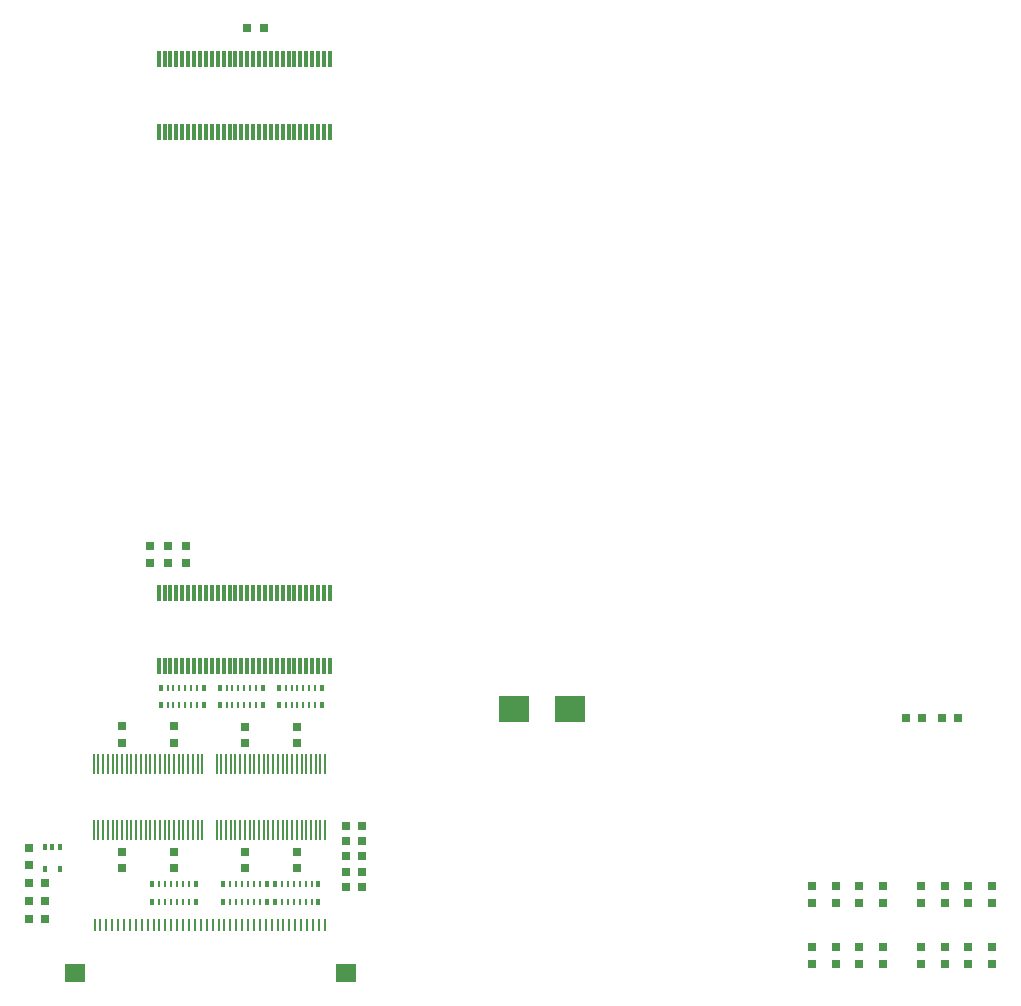
<source format=gtp>
%FSLAX25Y25*%
%MOIN*%
G70*
G01*
G75*
G04 Layer_Color=8421504*
%ADD10R,0.03000X0.03000*%
%ADD11R,0.10039X0.08858*%
%ADD12R,0.03000X0.03000*%
%ADD13R,0.01102X0.07087*%
%ADD14R,0.01201X0.05701*%
%ADD15R,0.01673X0.01969*%
%ADD16R,0.00984X0.01969*%
%ADD17R,0.00984X0.04331*%
%ADD18R,0.06693X0.05906*%
%ADD19R,0.01575X0.01969*%
%ADD20C,0.01600*%
%ADD21C,0.01000*%
%ADD22C,0.00800*%
%ADD23C,0.01200*%
%ADD24C,0.03150*%
%ADD25C,0.07087*%
%ADD26R,0.07087X0.07087*%
%ADD27C,0.07087*%
%ADD28R,0.07087X0.07087*%
%ADD29R,0.25000X0.25000*%
%ADD30C,0.06000*%
%ADD31R,0.06000X0.06000*%
%ADD32O,0.04331X0.07087*%
%ADD33C,0.02047*%
%ADD34C,0.02000*%
%ADD35C,0.01800*%
%ADD36C,0.04000*%
%ADD37C,0.05600*%
G04:AMPARAMS|DCode=38|XSize=90.157mil|YSize=90.157mil|CornerRadius=0mil|HoleSize=0mil|Usage=FLASHONLY|Rotation=0.000|XOffset=0mil|YOffset=0mil|HoleType=Round|Shape=Relief|Width=10mil|Gap=15mil|Entries=4|*
%AMTHD38*
7,0,0,0.09016,0.06016,0.01000,45*
%
%ADD38THD38*%
%ADD39C,0.05616*%
%ADD40C,0.05616*%
%ADD41C,0.14100*%
G04:AMPARAMS|DCode=42|XSize=80mil|YSize=80mil|CornerRadius=0mil|HoleSize=0mil|Usage=FLASHONLY|Rotation=0.000|XOffset=0mil|YOffset=0mil|HoleType=Round|Shape=Relief|Width=10mil|Gap=15mil|Entries=4|*
%AMTHD42*
7,0,0,0.08000,0.05000,0.01000,45*
%
%ADD42THD42*%
%ADD43C,0.04600*%
%ADD44C,0.03962*%
G04:AMPARAMS|DCode=45|XSize=73.622mil|YSize=73.622mil|CornerRadius=0mil|HoleSize=0mil|Usage=FLASHONLY|Rotation=0.000|XOffset=0mil|YOffset=0mil|HoleType=Round|Shape=Relief|Width=10mil|Gap=15mil|Entries=4|*
%AMTHD45*
7,0,0,0.07362,0.04362,0.01000,45*
%
%ADD45THD45*%
%ADD46C,0.02387*%
%ADD47C,0.02191*%
%ADD48C,0.00984*%
%ADD49C,0.02362*%
%ADD50C,0.00900*%
%ADD51C,0.00787*%
%ADD52C,0.00394*%
%ADD53C,0.00700*%
%ADD54C,0.01181*%
D10*
X91484Y321500D02*
D03*
X85984D02*
D03*
X317500Y91500D02*
D03*
X323000D02*
D03*
X118813Y35113D02*
D03*
X124313D02*
D03*
X118813Y55613D02*
D03*
X124313D02*
D03*
X18678Y36700D02*
D03*
X13178D02*
D03*
Y24700D02*
D03*
X18678D02*
D03*
X305500Y91500D02*
D03*
X311000D02*
D03*
X118813Y50613D02*
D03*
X124313D02*
D03*
X13178Y30700D02*
D03*
X18678D02*
D03*
D11*
X193650Y94500D02*
D03*
X174950D02*
D03*
D12*
X44300Y83300D02*
D03*
Y88800D02*
D03*
X334274Y35551D02*
D03*
Y30051D02*
D03*
X326400Y35551D02*
D03*
Y30051D02*
D03*
X318526Y35551D02*
D03*
Y30051D02*
D03*
X310652Y35551D02*
D03*
Y30051D02*
D03*
X297904Y35551D02*
D03*
Y30051D02*
D03*
X290030Y35551D02*
D03*
Y30051D02*
D03*
X282156Y35551D02*
D03*
Y30051D02*
D03*
X274282Y35551D02*
D03*
Y30051D02*
D03*
X59600Y148900D02*
D03*
Y143400D02*
D03*
X53500Y148900D02*
D03*
Y143400D02*
D03*
X124313Y40113D02*
D03*
Y45613D02*
D03*
X118813Y40113D02*
D03*
Y45613D02*
D03*
X65662Y148900D02*
D03*
Y143400D02*
D03*
X13278Y48200D02*
D03*
Y42700D02*
D03*
X334274Y15079D02*
D03*
Y9579D02*
D03*
X326400Y15079D02*
D03*
Y9579D02*
D03*
X318526Y15079D02*
D03*
Y9579D02*
D03*
X310652Y15079D02*
D03*
Y9579D02*
D03*
X297904Y15079D02*
D03*
Y9579D02*
D03*
X290030Y15079D02*
D03*
Y9579D02*
D03*
X282156Y15079D02*
D03*
Y9579D02*
D03*
X274282Y15079D02*
D03*
Y9579D02*
D03*
X61600Y47000D02*
D03*
Y41500D02*
D03*
X44300Y47000D02*
D03*
Y41500D02*
D03*
X102500Y47000D02*
D03*
Y41500D02*
D03*
X85200Y47000D02*
D03*
Y41500D02*
D03*
Y83200D02*
D03*
Y88700D02*
D03*
X102600Y83200D02*
D03*
Y88700D02*
D03*
X61600Y83300D02*
D03*
Y88800D02*
D03*
D13*
X34804Y54300D02*
D03*
X36379D02*
D03*
X37954D02*
D03*
X39529D02*
D03*
X41104D02*
D03*
X42678D02*
D03*
X44253D02*
D03*
X45828D02*
D03*
X47403D02*
D03*
X48978D02*
D03*
X50552D02*
D03*
X52127D02*
D03*
X53702D02*
D03*
X55277D02*
D03*
X56852D02*
D03*
X58426D02*
D03*
X60001D02*
D03*
X61576D02*
D03*
X63151D02*
D03*
X64726D02*
D03*
X66300D02*
D03*
X67875D02*
D03*
X69450D02*
D03*
X71025D02*
D03*
X34804Y76151D02*
D03*
X36379D02*
D03*
X37954D02*
D03*
X39529D02*
D03*
X41104D02*
D03*
X42678D02*
D03*
X44253D02*
D03*
X45828D02*
D03*
X47403D02*
D03*
X48978D02*
D03*
X50552D02*
D03*
X52127D02*
D03*
X53702D02*
D03*
X55277D02*
D03*
X56852D02*
D03*
X58426D02*
D03*
X60001D02*
D03*
X61576D02*
D03*
X63151D02*
D03*
X64726D02*
D03*
X66300D02*
D03*
X67875D02*
D03*
X69450D02*
D03*
X71025D02*
D03*
X75748Y54300D02*
D03*
X77323D02*
D03*
X78898D02*
D03*
X80472D02*
D03*
X82047D02*
D03*
X83622D02*
D03*
X85197D02*
D03*
X86772D02*
D03*
X88346D02*
D03*
X89921D02*
D03*
X91496D02*
D03*
X93071D02*
D03*
X94646D02*
D03*
X96220D02*
D03*
X97795D02*
D03*
X99370D02*
D03*
X100945D02*
D03*
X102520D02*
D03*
X104095D02*
D03*
X105669D02*
D03*
X107244D02*
D03*
X108819D02*
D03*
X110394D02*
D03*
X111969D02*
D03*
X75748Y76151D02*
D03*
X77323D02*
D03*
X78898D02*
D03*
X80472D02*
D03*
X82047D02*
D03*
X83622D02*
D03*
X85197D02*
D03*
X86772D02*
D03*
X88346D02*
D03*
X89921D02*
D03*
X91496D02*
D03*
X93071D02*
D03*
X94646D02*
D03*
X96220D02*
D03*
X97795D02*
D03*
X99370D02*
D03*
X100945D02*
D03*
X102520D02*
D03*
X104095D02*
D03*
X105669D02*
D03*
X107244D02*
D03*
X108819D02*
D03*
X110394D02*
D03*
X111969D02*
D03*
D14*
X113543Y286850D02*
D03*
Y311150D02*
D03*
X111575Y286850D02*
D03*
Y311150D02*
D03*
X109606Y286850D02*
D03*
Y311150D02*
D03*
X107638Y286850D02*
D03*
Y311150D02*
D03*
X105669Y286850D02*
D03*
Y311150D02*
D03*
X103701Y286850D02*
D03*
Y311150D02*
D03*
X101732Y286850D02*
D03*
Y311150D02*
D03*
X99764Y286850D02*
D03*
Y311150D02*
D03*
X97795Y286850D02*
D03*
Y311150D02*
D03*
X95827Y286850D02*
D03*
Y311150D02*
D03*
X93858Y286850D02*
D03*
Y311150D02*
D03*
X91890Y286850D02*
D03*
Y311150D02*
D03*
X89921Y286850D02*
D03*
Y311150D02*
D03*
X87953Y286850D02*
D03*
Y311150D02*
D03*
X85984Y286850D02*
D03*
Y311150D02*
D03*
X84016Y286850D02*
D03*
Y311150D02*
D03*
X82047Y286850D02*
D03*
Y311150D02*
D03*
X80079Y286850D02*
D03*
Y311150D02*
D03*
X78110Y286850D02*
D03*
Y311150D02*
D03*
X76142Y286850D02*
D03*
Y311150D02*
D03*
X74173Y286850D02*
D03*
Y311150D02*
D03*
X72205Y286850D02*
D03*
Y311150D02*
D03*
X70236Y286850D02*
D03*
Y311150D02*
D03*
X68268Y286850D02*
D03*
Y311150D02*
D03*
X66299Y286850D02*
D03*
Y311150D02*
D03*
X64331Y286850D02*
D03*
Y311150D02*
D03*
X62362Y286850D02*
D03*
Y311150D02*
D03*
X60394Y286850D02*
D03*
Y311150D02*
D03*
X58425Y286850D02*
D03*
Y311150D02*
D03*
X56457Y286850D02*
D03*
Y311150D02*
D03*
X109606Y133150D02*
D03*
X105669D02*
D03*
X107638D02*
D03*
X111575D02*
D03*
X99764Y108850D02*
D03*
X97795D02*
D03*
X95827D02*
D03*
X91890D02*
D03*
X89921D02*
D03*
X87953D02*
D03*
X85984D02*
D03*
X82047D02*
D03*
X80079D02*
D03*
X56457D02*
D03*
X58425D02*
D03*
X60394D02*
D03*
X62362D02*
D03*
X66299D02*
D03*
X68268D02*
D03*
X70236D02*
D03*
X72205D02*
D03*
X76142D02*
D03*
X78110D02*
D03*
X101732D02*
D03*
X113543D02*
D03*
Y133150D02*
D03*
X111575Y108850D02*
D03*
X109606D02*
D03*
X107638D02*
D03*
X105669D02*
D03*
X103701D02*
D03*
Y133150D02*
D03*
X101732D02*
D03*
X99764D02*
D03*
X97795D02*
D03*
X95827D02*
D03*
X93858Y108850D02*
D03*
Y133150D02*
D03*
X91890D02*
D03*
X89921D02*
D03*
X87953D02*
D03*
X85984D02*
D03*
X84016Y108850D02*
D03*
Y133150D02*
D03*
X82047D02*
D03*
X80079D02*
D03*
X78110D02*
D03*
X76142D02*
D03*
X74173Y108850D02*
D03*
Y133150D02*
D03*
X72205D02*
D03*
X70236D02*
D03*
X68268D02*
D03*
X66299D02*
D03*
X64331Y108850D02*
D03*
Y133150D02*
D03*
X62362D02*
D03*
X60394D02*
D03*
X58425D02*
D03*
X56457D02*
D03*
D15*
X91250Y95747D02*
D03*
X76781D02*
D03*
Y101653D02*
D03*
X91250D02*
D03*
X68834Y30347D02*
D03*
X54366D02*
D03*
Y36253D02*
D03*
X68834D02*
D03*
X92434D02*
D03*
X77966D02*
D03*
X92434Y30347D02*
D03*
X77966D02*
D03*
X95266Y36253D02*
D03*
X109734D02*
D03*
Y30347D02*
D03*
X95266D02*
D03*
X71565Y95747D02*
D03*
X57096D02*
D03*
Y101653D02*
D03*
X71565D02*
D03*
X110935Y95747D02*
D03*
X96466D02*
D03*
Y101653D02*
D03*
X110935D02*
D03*
D16*
X88937Y95747D02*
D03*
X86968D02*
D03*
X85000D02*
D03*
X83031D02*
D03*
X81063D02*
D03*
X79094D02*
D03*
Y101653D02*
D03*
X81063D02*
D03*
X83031D02*
D03*
X85000D02*
D03*
X86968D02*
D03*
X88937D02*
D03*
X66521Y30347D02*
D03*
X64553D02*
D03*
X62584D02*
D03*
X60616D02*
D03*
X58647D02*
D03*
X56679D02*
D03*
Y36253D02*
D03*
X58647D02*
D03*
X60616D02*
D03*
X62584D02*
D03*
X64553D02*
D03*
X66521D02*
D03*
X90121D02*
D03*
X88153D02*
D03*
X86184D02*
D03*
X84216D02*
D03*
X82247D02*
D03*
X80279D02*
D03*
X90121Y30347D02*
D03*
X88153D02*
D03*
X86184D02*
D03*
X84216D02*
D03*
X82247D02*
D03*
X80279D02*
D03*
X107421Y36253D02*
D03*
X101516D02*
D03*
X99547D02*
D03*
X97579D02*
D03*
X103484D02*
D03*
X105453D02*
D03*
X97579Y30347D02*
D03*
X99547D02*
D03*
X101516D02*
D03*
X103484D02*
D03*
X105453D02*
D03*
X107421D02*
D03*
X69252Y95747D02*
D03*
X67283D02*
D03*
X65315D02*
D03*
X63346D02*
D03*
X61378D02*
D03*
X59409D02*
D03*
Y101653D02*
D03*
X61378D02*
D03*
X63346D02*
D03*
X65315D02*
D03*
X67283D02*
D03*
X69252D02*
D03*
X108622Y95747D02*
D03*
X106653D02*
D03*
X104685D02*
D03*
X102717D02*
D03*
X100748D02*
D03*
X98779D02*
D03*
Y101653D02*
D03*
X100748D02*
D03*
X102717D02*
D03*
X104685D02*
D03*
X106653D02*
D03*
X108622D02*
D03*
D17*
X35077Y22513D02*
D03*
X37045D02*
D03*
X39014D02*
D03*
X40982D02*
D03*
X42951D02*
D03*
X44919D02*
D03*
X46888D02*
D03*
X48856D02*
D03*
X50825D02*
D03*
X52793D02*
D03*
X54762D02*
D03*
X56730D02*
D03*
X58699D02*
D03*
X60667D02*
D03*
X62636D02*
D03*
X64604D02*
D03*
X66573D02*
D03*
X68541D02*
D03*
X70510D02*
D03*
X72478D02*
D03*
X74447D02*
D03*
X76415D02*
D03*
X78384D02*
D03*
X80352D02*
D03*
X82321D02*
D03*
X84289D02*
D03*
X86258D02*
D03*
X88226D02*
D03*
X90195D02*
D03*
X92163D02*
D03*
X94132D02*
D03*
X96100D02*
D03*
X98069D02*
D03*
X100037D02*
D03*
X102006D02*
D03*
X103974D02*
D03*
X105943D02*
D03*
X107911D02*
D03*
X109880D02*
D03*
X111848D02*
D03*
D18*
X28462Y6513D02*
D03*
X118963D02*
D03*
D19*
X23596Y41200D02*
D03*
X18478D02*
D03*
Y48680D02*
D03*
X21037D02*
D03*
X23596D02*
D03*
M02*

</source>
